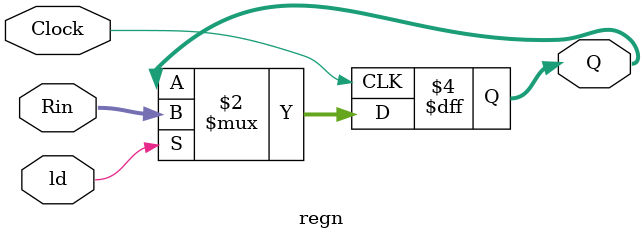
<source format=v>
module regn(Rin, ld, Clock, Q);
	parameter n = 16;
	input [n-1:0] Rin;
	input ld, Clock;
	output [n-1:0] Q;
	reg [n-1:0] Q;
	always @(posedge Clock)
		if (ld)
			Q <= Rin;
endmodule
</source>
